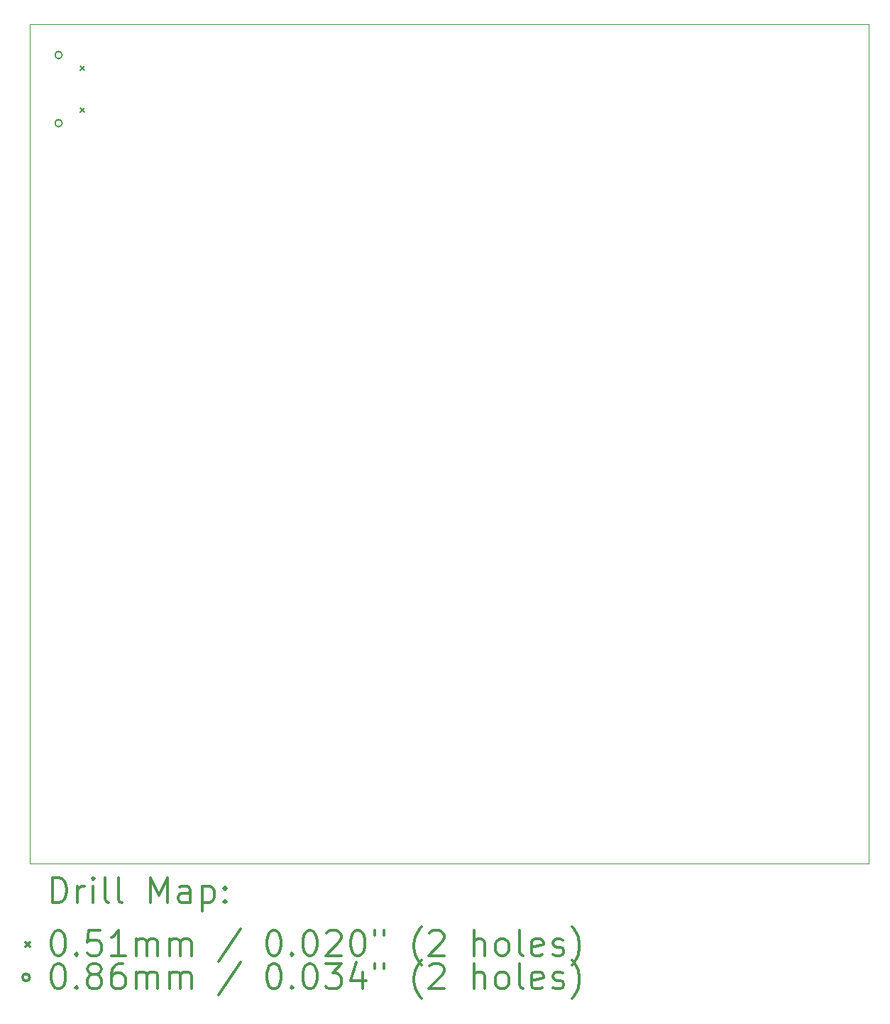
<source format=gbr>
%FSLAX45Y45*%
G04 Gerber Fmt 4.5, Leading zero omitted, Abs format (unit mm)*
G04 Created by KiCad (PCBNEW (2015-08-20 BZR 6109)-product) date Tue 23 Feb 2016 07:55:34 PM PST*
%MOMM*%
G01*
G04 APERTURE LIST*
%ADD10C,0.127000*%
%ADD11C,0.100000*%
%ADD12C,0.200000*%
%ADD13C,0.300000*%
G04 APERTURE END LIST*
D10*
D11*
X12000000Y-1780000D02*
X2000000Y-1780000D01*
X12000000Y-11780000D02*
X12000000Y-1780000D01*
X2000000Y-11780000D02*
X12000000Y-11780000D01*
X2000000Y-1780000D02*
X2000000Y-11780000D01*
D12*
X2601620Y-2278220D02*
X2652420Y-2329020D01*
X2652420Y-2278220D02*
X2601620Y-2329020D01*
X2601620Y-2770980D02*
X2652420Y-2821780D01*
X2652420Y-2770980D02*
X2601620Y-2821780D01*
X2383180Y-2143600D02*
G75*
G03X2383180Y-2143600I-43180J0D01*
G01*
X2383180Y-2956400D02*
G75*
G03X2383180Y-2956400I-43180J0D01*
G01*
D13*
X2266429Y-12250714D02*
X2266429Y-11950714D01*
X2337857Y-11950714D01*
X2380714Y-11965000D01*
X2409286Y-11993571D01*
X2423571Y-12022143D01*
X2437857Y-12079286D01*
X2437857Y-12122143D01*
X2423571Y-12179286D01*
X2409286Y-12207857D01*
X2380714Y-12236429D01*
X2337857Y-12250714D01*
X2266429Y-12250714D01*
X2566429Y-12250714D02*
X2566429Y-12050714D01*
X2566429Y-12107857D02*
X2580714Y-12079286D01*
X2595000Y-12065000D01*
X2623571Y-12050714D01*
X2652143Y-12050714D01*
X2752143Y-12250714D02*
X2752143Y-12050714D01*
X2752143Y-11950714D02*
X2737857Y-11965000D01*
X2752143Y-11979286D01*
X2766429Y-11965000D01*
X2752143Y-11950714D01*
X2752143Y-11979286D01*
X2937857Y-12250714D02*
X2909286Y-12236429D01*
X2895000Y-12207857D01*
X2895000Y-11950714D01*
X3095000Y-12250714D02*
X3066428Y-12236429D01*
X3052143Y-12207857D01*
X3052143Y-11950714D01*
X3437857Y-12250714D02*
X3437857Y-11950714D01*
X3537857Y-12165000D01*
X3637857Y-11950714D01*
X3637857Y-12250714D01*
X3909286Y-12250714D02*
X3909286Y-12093571D01*
X3895000Y-12065000D01*
X3866428Y-12050714D01*
X3809286Y-12050714D01*
X3780714Y-12065000D01*
X3909286Y-12236429D02*
X3880714Y-12250714D01*
X3809286Y-12250714D01*
X3780714Y-12236429D01*
X3766428Y-12207857D01*
X3766428Y-12179286D01*
X3780714Y-12150714D01*
X3809286Y-12136429D01*
X3880714Y-12136429D01*
X3909286Y-12122143D01*
X4052143Y-12050714D02*
X4052143Y-12350714D01*
X4052143Y-12065000D02*
X4080714Y-12050714D01*
X4137857Y-12050714D01*
X4166428Y-12065000D01*
X4180714Y-12079286D01*
X4195000Y-12107857D01*
X4195000Y-12193571D01*
X4180714Y-12222143D01*
X4166428Y-12236429D01*
X4137857Y-12250714D01*
X4080714Y-12250714D01*
X4052143Y-12236429D01*
X4323571Y-12222143D02*
X4337857Y-12236429D01*
X4323571Y-12250714D01*
X4309286Y-12236429D01*
X4323571Y-12222143D01*
X4323571Y-12250714D01*
X4323571Y-12065000D02*
X4337857Y-12079286D01*
X4323571Y-12093571D01*
X4309286Y-12079286D01*
X4323571Y-12065000D01*
X4323571Y-12093571D01*
X1944200Y-12719600D02*
X1995000Y-12770400D01*
X1995000Y-12719600D02*
X1944200Y-12770400D01*
X2323571Y-12580714D02*
X2352143Y-12580714D01*
X2380714Y-12595000D01*
X2395000Y-12609286D01*
X2409286Y-12637857D01*
X2423571Y-12695000D01*
X2423571Y-12766429D01*
X2409286Y-12823571D01*
X2395000Y-12852143D01*
X2380714Y-12866429D01*
X2352143Y-12880714D01*
X2323571Y-12880714D01*
X2295000Y-12866429D01*
X2280714Y-12852143D01*
X2266429Y-12823571D01*
X2252143Y-12766429D01*
X2252143Y-12695000D01*
X2266429Y-12637857D01*
X2280714Y-12609286D01*
X2295000Y-12595000D01*
X2323571Y-12580714D01*
X2552143Y-12852143D02*
X2566429Y-12866429D01*
X2552143Y-12880714D01*
X2537857Y-12866429D01*
X2552143Y-12852143D01*
X2552143Y-12880714D01*
X2837857Y-12580714D02*
X2695000Y-12580714D01*
X2680714Y-12723571D01*
X2695000Y-12709286D01*
X2723571Y-12695000D01*
X2795000Y-12695000D01*
X2823571Y-12709286D01*
X2837857Y-12723571D01*
X2852143Y-12752143D01*
X2852143Y-12823571D01*
X2837857Y-12852143D01*
X2823571Y-12866429D01*
X2795000Y-12880714D01*
X2723571Y-12880714D01*
X2695000Y-12866429D01*
X2680714Y-12852143D01*
X3137857Y-12880714D02*
X2966428Y-12880714D01*
X3052143Y-12880714D02*
X3052143Y-12580714D01*
X3023571Y-12623571D01*
X2995000Y-12652143D01*
X2966428Y-12666429D01*
X3266428Y-12880714D02*
X3266428Y-12680714D01*
X3266428Y-12709286D02*
X3280714Y-12695000D01*
X3309286Y-12680714D01*
X3352143Y-12680714D01*
X3380714Y-12695000D01*
X3395000Y-12723571D01*
X3395000Y-12880714D01*
X3395000Y-12723571D02*
X3409286Y-12695000D01*
X3437857Y-12680714D01*
X3480714Y-12680714D01*
X3509286Y-12695000D01*
X3523571Y-12723571D01*
X3523571Y-12880714D01*
X3666428Y-12880714D02*
X3666428Y-12680714D01*
X3666428Y-12709286D02*
X3680714Y-12695000D01*
X3709286Y-12680714D01*
X3752143Y-12680714D01*
X3780714Y-12695000D01*
X3795000Y-12723571D01*
X3795000Y-12880714D01*
X3795000Y-12723571D02*
X3809286Y-12695000D01*
X3837857Y-12680714D01*
X3880714Y-12680714D01*
X3909286Y-12695000D01*
X3923571Y-12723571D01*
X3923571Y-12880714D01*
X4509286Y-12566429D02*
X4252143Y-12952143D01*
X4895000Y-12580714D02*
X4923571Y-12580714D01*
X4952143Y-12595000D01*
X4966428Y-12609286D01*
X4980714Y-12637857D01*
X4995000Y-12695000D01*
X4995000Y-12766429D01*
X4980714Y-12823571D01*
X4966428Y-12852143D01*
X4952143Y-12866429D01*
X4923571Y-12880714D01*
X4895000Y-12880714D01*
X4866428Y-12866429D01*
X4852143Y-12852143D01*
X4837857Y-12823571D01*
X4823571Y-12766429D01*
X4823571Y-12695000D01*
X4837857Y-12637857D01*
X4852143Y-12609286D01*
X4866428Y-12595000D01*
X4895000Y-12580714D01*
X5123571Y-12852143D02*
X5137857Y-12866429D01*
X5123571Y-12880714D01*
X5109286Y-12866429D01*
X5123571Y-12852143D01*
X5123571Y-12880714D01*
X5323571Y-12580714D02*
X5352143Y-12580714D01*
X5380714Y-12595000D01*
X5395000Y-12609286D01*
X5409286Y-12637857D01*
X5423571Y-12695000D01*
X5423571Y-12766429D01*
X5409286Y-12823571D01*
X5395000Y-12852143D01*
X5380714Y-12866429D01*
X5352143Y-12880714D01*
X5323571Y-12880714D01*
X5295000Y-12866429D01*
X5280714Y-12852143D01*
X5266428Y-12823571D01*
X5252143Y-12766429D01*
X5252143Y-12695000D01*
X5266428Y-12637857D01*
X5280714Y-12609286D01*
X5295000Y-12595000D01*
X5323571Y-12580714D01*
X5537857Y-12609286D02*
X5552143Y-12595000D01*
X5580714Y-12580714D01*
X5652143Y-12580714D01*
X5680714Y-12595000D01*
X5695000Y-12609286D01*
X5709285Y-12637857D01*
X5709285Y-12666429D01*
X5695000Y-12709286D01*
X5523571Y-12880714D01*
X5709285Y-12880714D01*
X5895000Y-12580714D02*
X5923571Y-12580714D01*
X5952143Y-12595000D01*
X5966428Y-12609286D01*
X5980714Y-12637857D01*
X5995000Y-12695000D01*
X5995000Y-12766429D01*
X5980714Y-12823571D01*
X5966428Y-12852143D01*
X5952143Y-12866429D01*
X5923571Y-12880714D01*
X5895000Y-12880714D01*
X5866428Y-12866429D01*
X5852143Y-12852143D01*
X5837857Y-12823571D01*
X5823571Y-12766429D01*
X5823571Y-12695000D01*
X5837857Y-12637857D01*
X5852143Y-12609286D01*
X5866428Y-12595000D01*
X5895000Y-12580714D01*
X6109286Y-12580714D02*
X6109286Y-12637857D01*
X6223571Y-12580714D02*
X6223571Y-12637857D01*
X6666428Y-12995000D02*
X6652143Y-12980714D01*
X6623571Y-12937857D01*
X6609285Y-12909286D01*
X6595000Y-12866429D01*
X6580714Y-12795000D01*
X6580714Y-12737857D01*
X6595000Y-12666429D01*
X6609285Y-12623571D01*
X6623571Y-12595000D01*
X6652143Y-12552143D01*
X6666428Y-12537857D01*
X6766428Y-12609286D02*
X6780714Y-12595000D01*
X6809285Y-12580714D01*
X6880714Y-12580714D01*
X6909285Y-12595000D01*
X6923571Y-12609286D01*
X6937857Y-12637857D01*
X6937857Y-12666429D01*
X6923571Y-12709286D01*
X6752143Y-12880714D01*
X6937857Y-12880714D01*
X7295000Y-12880714D02*
X7295000Y-12580714D01*
X7423571Y-12880714D02*
X7423571Y-12723571D01*
X7409285Y-12695000D01*
X7380714Y-12680714D01*
X7337857Y-12680714D01*
X7309285Y-12695000D01*
X7295000Y-12709286D01*
X7609285Y-12880714D02*
X7580714Y-12866429D01*
X7566428Y-12852143D01*
X7552143Y-12823571D01*
X7552143Y-12737857D01*
X7566428Y-12709286D01*
X7580714Y-12695000D01*
X7609285Y-12680714D01*
X7652143Y-12680714D01*
X7680714Y-12695000D01*
X7695000Y-12709286D01*
X7709285Y-12737857D01*
X7709285Y-12823571D01*
X7695000Y-12852143D01*
X7680714Y-12866429D01*
X7652143Y-12880714D01*
X7609285Y-12880714D01*
X7880714Y-12880714D02*
X7852143Y-12866429D01*
X7837857Y-12837857D01*
X7837857Y-12580714D01*
X8109286Y-12866429D02*
X8080714Y-12880714D01*
X8023571Y-12880714D01*
X7995000Y-12866429D01*
X7980714Y-12837857D01*
X7980714Y-12723571D01*
X7995000Y-12695000D01*
X8023571Y-12680714D01*
X8080714Y-12680714D01*
X8109286Y-12695000D01*
X8123571Y-12723571D01*
X8123571Y-12752143D01*
X7980714Y-12780714D01*
X8237857Y-12866429D02*
X8266428Y-12880714D01*
X8323571Y-12880714D01*
X8352143Y-12866429D01*
X8366428Y-12837857D01*
X8366428Y-12823571D01*
X8352143Y-12795000D01*
X8323571Y-12780714D01*
X8280714Y-12780714D01*
X8252143Y-12766429D01*
X8237857Y-12737857D01*
X8237857Y-12723571D01*
X8252143Y-12695000D01*
X8280714Y-12680714D01*
X8323571Y-12680714D01*
X8352143Y-12695000D01*
X8466428Y-12995000D02*
X8480714Y-12980714D01*
X8509286Y-12937857D01*
X8523571Y-12909286D01*
X8537857Y-12866429D01*
X8552143Y-12795000D01*
X8552143Y-12737857D01*
X8537857Y-12666429D01*
X8523571Y-12623571D01*
X8509286Y-12595000D01*
X8480714Y-12552143D01*
X8466428Y-12537857D01*
X1995000Y-13141000D02*
G75*
G03X1995000Y-13141000I-43180J0D01*
G01*
X2323571Y-12976714D02*
X2352143Y-12976714D01*
X2380714Y-12991000D01*
X2395000Y-13005286D01*
X2409286Y-13033857D01*
X2423571Y-13091000D01*
X2423571Y-13162429D01*
X2409286Y-13219571D01*
X2395000Y-13248143D01*
X2380714Y-13262429D01*
X2352143Y-13276714D01*
X2323571Y-13276714D01*
X2295000Y-13262429D01*
X2280714Y-13248143D01*
X2266429Y-13219571D01*
X2252143Y-13162429D01*
X2252143Y-13091000D01*
X2266429Y-13033857D01*
X2280714Y-13005286D01*
X2295000Y-12991000D01*
X2323571Y-12976714D01*
X2552143Y-13248143D02*
X2566429Y-13262429D01*
X2552143Y-13276714D01*
X2537857Y-13262429D01*
X2552143Y-13248143D01*
X2552143Y-13276714D01*
X2737857Y-13105286D02*
X2709286Y-13091000D01*
X2695000Y-13076714D01*
X2680714Y-13048143D01*
X2680714Y-13033857D01*
X2695000Y-13005286D01*
X2709286Y-12991000D01*
X2737857Y-12976714D01*
X2795000Y-12976714D01*
X2823571Y-12991000D01*
X2837857Y-13005286D01*
X2852143Y-13033857D01*
X2852143Y-13048143D01*
X2837857Y-13076714D01*
X2823571Y-13091000D01*
X2795000Y-13105286D01*
X2737857Y-13105286D01*
X2709286Y-13119571D01*
X2695000Y-13133857D01*
X2680714Y-13162429D01*
X2680714Y-13219571D01*
X2695000Y-13248143D01*
X2709286Y-13262429D01*
X2737857Y-13276714D01*
X2795000Y-13276714D01*
X2823571Y-13262429D01*
X2837857Y-13248143D01*
X2852143Y-13219571D01*
X2852143Y-13162429D01*
X2837857Y-13133857D01*
X2823571Y-13119571D01*
X2795000Y-13105286D01*
X3109286Y-12976714D02*
X3052143Y-12976714D01*
X3023571Y-12991000D01*
X3009286Y-13005286D01*
X2980714Y-13048143D01*
X2966428Y-13105286D01*
X2966428Y-13219571D01*
X2980714Y-13248143D01*
X2995000Y-13262429D01*
X3023571Y-13276714D01*
X3080714Y-13276714D01*
X3109286Y-13262429D01*
X3123571Y-13248143D01*
X3137857Y-13219571D01*
X3137857Y-13148143D01*
X3123571Y-13119571D01*
X3109286Y-13105286D01*
X3080714Y-13091000D01*
X3023571Y-13091000D01*
X2995000Y-13105286D01*
X2980714Y-13119571D01*
X2966428Y-13148143D01*
X3266428Y-13276714D02*
X3266428Y-13076714D01*
X3266428Y-13105286D02*
X3280714Y-13091000D01*
X3309286Y-13076714D01*
X3352143Y-13076714D01*
X3380714Y-13091000D01*
X3395000Y-13119571D01*
X3395000Y-13276714D01*
X3395000Y-13119571D02*
X3409286Y-13091000D01*
X3437857Y-13076714D01*
X3480714Y-13076714D01*
X3509286Y-13091000D01*
X3523571Y-13119571D01*
X3523571Y-13276714D01*
X3666428Y-13276714D02*
X3666428Y-13076714D01*
X3666428Y-13105286D02*
X3680714Y-13091000D01*
X3709286Y-13076714D01*
X3752143Y-13076714D01*
X3780714Y-13091000D01*
X3795000Y-13119571D01*
X3795000Y-13276714D01*
X3795000Y-13119571D02*
X3809286Y-13091000D01*
X3837857Y-13076714D01*
X3880714Y-13076714D01*
X3909286Y-13091000D01*
X3923571Y-13119571D01*
X3923571Y-13276714D01*
X4509286Y-12962429D02*
X4252143Y-13348143D01*
X4895000Y-12976714D02*
X4923571Y-12976714D01*
X4952143Y-12991000D01*
X4966428Y-13005286D01*
X4980714Y-13033857D01*
X4995000Y-13091000D01*
X4995000Y-13162429D01*
X4980714Y-13219571D01*
X4966428Y-13248143D01*
X4952143Y-13262429D01*
X4923571Y-13276714D01*
X4895000Y-13276714D01*
X4866428Y-13262429D01*
X4852143Y-13248143D01*
X4837857Y-13219571D01*
X4823571Y-13162429D01*
X4823571Y-13091000D01*
X4837857Y-13033857D01*
X4852143Y-13005286D01*
X4866428Y-12991000D01*
X4895000Y-12976714D01*
X5123571Y-13248143D02*
X5137857Y-13262429D01*
X5123571Y-13276714D01*
X5109286Y-13262429D01*
X5123571Y-13248143D01*
X5123571Y-13276714D01*
X5323571Y-12976714D02*
X5352143Y-12976714D01*
X5380714Y-12991000D01*
X5395000Y-13005286D01*
X5409286Y-13033857D01*
X5423571Y-13091000D01*
X5423571Y-13162429D01*
X5409286Y-13219571D01*
X5395000Y-13248143D01*
X5380714Y-13262429D01*
X5352143Y-13276714D01*
X5323571Y-13276714D01*
X5295000Y-13262429D01*
X5280714Y-13248143D01*
X5266428Y-13219571D01*
X5252143Y-13162429D01*
X5252143Y-13091000D01*
X5266428Y-13033857D01*
X5280714Y-13005286D01*
X5295000Y-12991000D01*
X5323571Y-12976714D01*
X5523571Y-12976714D02*
X5709285Y-12976714D01*
X5609285Y-13091000D01*
X5652143Y-13091000D01*
X5680714Y-13105286D01*
X5695000Y-13119571D01*
X5709285Y-13148143D01*
X5709285Y-13219571D01*
X5695000Y-13248143D01*
X5680714Y-13262429D01*
X5652143Y-13276714D01*
X5566428Y-13276714D01*
X5537857Y-13262429D01*
X5523571Y-13248143D01*
X5966428Y-13076714D02*
X5966428Y-13276714D01*
X5895000Y-12962429D02*
X5823571Y-13176714D01*
X6009285Y-13176714D01*
X6109286Y-12976714D02*
X6109286Y-13033857D01*
X6223571Y-12976714D02*
X6223571Y-13033857D01*
X6666428Y-13391000D02*
X6652143Y-13376714D01*
X6623571Y-13333857D01*
X6609285Y-13305286D01*
X6595000Y-13262429D01*
X6580714Y-13191000D01*
X6580714Y-13133857D01*
X6595000Y-13062429D01*
X6609285Y-13019571D01*
X6623571Y-12991000D01*
X6652143Y-12948143D01*
X6666428Y-12933857D01*
X6766428Y-13005286D02*
X6780714Y-12991000D01*
X6809285Y-12976714D01*
X6880714Y-12976714D01*
X6909285Y-12991000D01*
X6923571Y-13005286D01*
X6937857Y-13033857D01*
X6937857Y-13062429D01*
X6923571Y-13105286D01*
X6752143Y-13276714D01*
X6937857Y-13276714D01*
X7295000Y-13276714D02*
X7295000Y-12976714D01*
X7423571Y-13276714D02*
X7423571Y-13119571D01*
X7409285Y-13091000D01*
X7380714Y-13076714D01*
X7337857Y-13076714D01*
X7309285Y-13091000D01*
X7295000Y-13105286D01*
X7609285Y-13276714D02*
X7580714Y-13262429D01*
X7566428Y-13248143D01*
X7552143Y-13219571D01*
X7552143Y-13133857D01*
X7566428Y-13105286D01*
X7580714Y-13091000D01*
X7609285Y-13076714D01*
X7652143Y-13076714D01*
X7680714Y-13091000D01*
X7695000Y-13105286D01*
X7709285Y-13133857D01*
X7709285Y-13219571D01*
X7695000Y-13248143D01*
X7680714Y-13262429D01*
X7652143Y-13276714D01*
X7609285Y-13276714D01*
X7880714Y-13276714D02*
X7852143Y-13262429D01*
X7837857Y-13233857D01*
X7837857Y-12976714D01*
X8109286Y-13262429D02*
X8080714Y-13276714D01*
X8023571Y-13276714D01*
X7995000Y-13262429D01*
X7980714Y-13233857D01*
X7980714Y-13119571D01*
X7995000Y-13091000D01*
X8023571Y-13076714D01*
X8080714Y-13076714D01*
X8109286Y-13091000D01*
X8123571Y-13119571D01*
X8123571Y-13148143D01*
X7980714Y-13176714D01*
X8237857Y-13262429D02*
X8266428Y-13276714D01*
X8323571Y-13276714D01*
X8352143Y-13262429D01*
X8366428Y-13233857D01*
X8366428Y-13219571D01*
X8352143Y-13191000D01*
X8323571Y-13176714D01*
X8280714Y-13176714D01*
X8252143Y-13162429D01*
X8237857Y-13133857D01*
X8237857Y-13119571D01*
X8252143Y-13091000D01*
X8280714Y-13076714D01*
X8323571Y-13076714D01*
X8352143Y-13091000D01*
X8466428Y-13391000D02*
X8480714Y-13376714D01*
X8509286Y-13333857D01*
X8523571Y-13305286D01*
X8537857Y-13262429D01*
X8552143Y-13191000D01*
X8552143Y-13133857D01*
X8537857Y-13062429D01*
X8523571Y-13019571D01*
X8509286Y-12991000D01*
X8480714Y-12948143D01*
X8466428Y-12933857D01*
M02*

</source>
